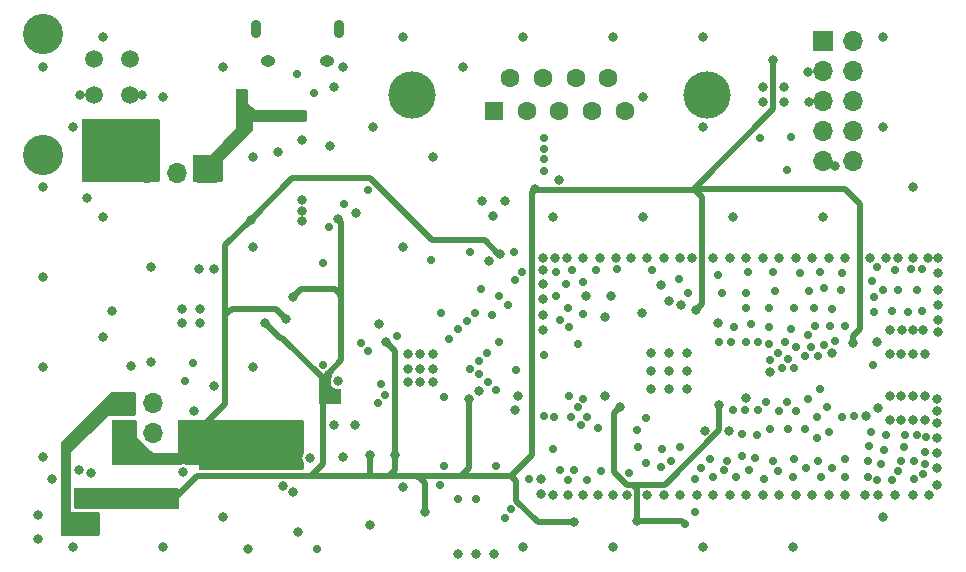
<source format=gbr>
%TF.GenerationSoftware,KiCad,Pcbnew,7.0.6*%
%TF.CreationDate,2023-10-05T23:13:59-06:00*%
%TF.ProjectId,CAN-USB RF Module,43414e2d-5553-4422-9052-46204d6f6475,1.0*%
%TF.SameCoordinates,Original*%
%TF.FileFunction,Copper,L3,Inr*%
%TF.FilePolarity,Positive*%
%FSLAX46Y46*%
G04 Gerber Fmt 4.6, Leading zero omitted, Abs format (unit mm)*
G04 Created by KiCad (PCBNEW 7.0.6) date 2023-10-05 23:13:59*
%MOMM*%
%LPD*%
G01*
G04 APERTURE LIST*
G04 Aperture macros list*
%AMRoundRect*
0 Rectangle with rounded corners*
0 $1 Rounding radius*
0 $2 $3 $4 $5 $6 $7 $8 $9 X,Y pos of 4 corners*
0 Add a 4 corners polygon primitive as box body*
4,1,4,$2,$3,$4,$5,$6,$7,$8,$9,$2,$3,0*
0 Add four circle primitives for the rounded corners*
1,1,$1+$1,$2,$3*
1,1,$1+$1,$4,$5*
1,1,$1+$1,$6,$7*
1,1,$1+$1,$8,$9*
0 Add four rect primitives between the rounded corners*
20,1,$1+$1,$2,$3,$4,$5,0*
20,1,$1+$1,$4,$5,$6,$7,0*
20,1,$1+$1,$6,$7,$8,$9,0*
20,1,$1+$1,$8,$9,$2,$3,0*%
G04 Aperture macros list end*
%TA.AperFunction,ComponentPad*%
%ADD10R,1.700000X1.700000*%
%TD*%
%TA.AperFunction,ComponentPad*%
%ADD11O,1.700000X1.700000*%
%TD*%
%TA.AperFunction,ComponentPad*%
%ADD12C,4.000000*%
%TD*%
%TA.AperFunction,ComponentPad*%
%ADD13R,1.600000X1.600000*%
%TD*%
%TA.AperFunction,ComponentPad*%
%ADD14C,1.600000*%
%TD*%
%TA.AperFunction,ComponentPad*%
%ADD15O,0.890000X1.550000*%
%TD*%
%TA.AperFunction,ComponentPad*%
%ADD16O,1.250000X0.950000*%
%TD*%
%TA.AperFunction,ComponentPad*%
%ADD17RoundRect,0.250001X0.499999X-0.499999X0.499999X0.499999X-0.499999X0.499999X-0.499999X-0.499999X0*%
%TD*%
%TA.AperFunction,ComponentPad*%
%ADD18C,1.500000*%
%TD*%
%TA.AperFunction,ComponentPad*%
%ADD19C,3.410000*%
%TD*%
%TA.AperFunction,ViaPad*%
%ADD20C,0.800000*%
%TD*%
%TA.AperFunction,ViaPad*%
%ADD21C,0.700000*%
%TD*%
%TA.AperFunction,Conductor*%
%ADD22C,0.500000*%
%TD*%
G04 APERTURE END LIST*
D10*
%TO.N,+5V*%
%TO.C,J3*%
X107391200Y-106857800D03*
D11*
%TO.N,/Power Regulator/5V*%
X107391200Y-104317800D03*
%TO.N,/Power Regulator/12V*%
X109931200Y-106857800D03*
%TO.N,/Power Regulator/FUSE_OUT*%
X109931200Y-104317800D03*
%TD*%
D12*
%TO.N,N/C*%
%TO.C,J6*%
X156826000Y-78232000D03*
X131826000Y-78232000D03*
D13*
%TO.N,unconnected-(J6-Pin_1-Pad1)*%
X138786000Y-79652000D03*
D14*
%TO.N,/CAN Tranciever/CD-*%
X141556000Y-79652000D03*
%TO.N,unconnected-(J6-Pin_3-Pad3)*%
X144326000Y-79652000D03*
%TO.N,unconnected-(J6-Pin_4-Pad4)*%
X147096000Y-79652000D03*
%TO.N,unconnected-(J6-Pin_5-Pad5)*%
X149866000Y-79652000D03*
%TO.N,unconnected-(J6-Pin_6-Pad6)*%
X140171000Y-76812000D03*
%TO.N,/CAN Tranciever/CD+*%
X142941000Y-76812000D03*
%TO.N,unconnected-(J6-Pin_8-Pad8)*%
X145711000Y-76812000D03*
%TO.N,unconnected-(J6-Pin_9-Pad9)*%
X148481000Y-76812000D03*
%TD*%
D15*
%TO.N,unconnected-(J4-Shield-Pad6)*%
%TO.C,J4*%
X125690000Y-72644000D03*
D16*
X124690000Y-75344000D03*
X119690000Y-75344000D03*
D15*
X118690000Y-72644000D03*
%TD*%
D17*
%TO.N,+12V*%
%TO.C,J2*%
X104947000Y-81232000D03*
D18*
%TO.N,GND*%
X104947000Y-78232000D03*
%TO.N,/Power Regulator/5V_UP*%
X104947000Y-75232000D03*
%TO.N,+12V*%
X107947000Y-81232000D03*
%TO.N,GND*%
X107947000Y-78232000D03*
%TO.N,/Power Regulator/5V_UP*%
X107947000Y-75232000D03*
D19*
%TO.N,N/C*%
X100627000Y-83382000D03*
X100627000Y-73082000D03*
%TD*%
D10*
%TO.N,+3V3*%
%TO.C,J1*%
X166624000Y-73660000D03*
D11*
%TO.N,/DEBUG_SWDIO*%
X169164000Y-73660000D03*
%TO.N,GND*%
X166624000Y-76200000D03*
%TO.N,/DEBUG_SWCLK*%
X169164000Y-76200000D03*
%TO.N,GND*%
X166624000Y-78740000D03*
%TO.N,/DEBUG_SWO*%
X169164000Y-78740000D03*
%TO.N,unconnected-(J1-Pin_7-Pad7)*%
X166624000Y-81280000D03*
%TO.N,unconnected-(J1-Pin_8-Pad8)*%
X169164000Y-81280000D03*
%TO.N,GND*%
X166624000Y-83820000D03*
%TO.N,/NRST*%
X169164000Y-83820000D03*
%TD*%
D10*
%TO.N,VBUS_UP*%
%TO.C,JP1*%
X114539000Y-84836000D03*
D11*
%TO.N,/Power Regulator/FUSE_IN*%
X111999000Y-84836000D03*
%TO.N,+12V*%
X109459000Y-84836000D03*
%TD*%
D20*
%TO.N,+3V3*%
X124690175Y-103632000D03*
%TO.N,+5V*%
X139336852Y-91698852D03*
%TO.N,GND*%
X144309500Y-85433500D03*
%TO.N,+3V3*%
X142240000Y-86233000D03*
%TO.N,GND*%
X138684000Y-88519000D03*
X139700000Y-87249000D03*
X137795000Y-87249000D03*
X138409500Y-92329000D03*
X142922600Y-92075000D03*
D21*
X157861000Y-99187000D03*
X155194000Y-94996000D03*
D20*
X140591000Y-104902000D03*
X125614300Y-102504051D03*
X174244000Y-105791000D03*
X122503000Y-82042000D03*
D21*
X167132000Y-106807000D03*
D20*
X154559000Y-112141000D03*
X152066600Y-101615000D03*
X142748000Y-112014000D03*
X109728000Y-92837000D03*
D21*
X163576000Y-104267000D03*
X165481000Y-94869000D03*
D20*
X148844000Y-112141000D03*
X125982000Y-75856508D03*
D21*
X163703000Y-106553000D03*
D20*
X113411000Y-105029000D03*
D21*
X161036000Y-107061000D03*
D20*
X103632000Y-109982000D03*
D21*
X170688000Y-106807000D03*
D20*
X175514000Y-92075000D03*
D21*
X145161000Y-103759000D03*
X162814000Y-110109000D03*
D20*
X142748000Y-110744000D03*
D21*
X173609000Y-107061000D03*
X166370000Y-103124000D03*
D20*
X158750000Y-112141000D03*
X125982000Y-108876508D03*
X148209000Y-97028000D03*
X161544000Y-77597000D03*
X100582000Y-75856508D03*
D21*
X144018000Y-93218000D03*
D20*
X141222000Y-73316508D03*
X101346000Y-110744000D03*
X165354000Y-76327000D03*
X154606600Y-96001600D03*
D21*
X172720000Y-93091000D03*
D20*
X155956000Y-112141000D03*
X174244000Y-112141000D03*
X113792000Y-92964000D03*
D21*
X165100000Y-100330000D03*
X175387000Y-107188000D03*
X166243000Y-109220000D03*
X157099000Y-109093000D03*
D20*
X152908000Y-94361000D03*
X124931500Y-82550000D03*
D21*
X163703000Y-100584000D03*
D20*
X161544000Y-112141000D03*
D21*
X164084000Y-110617000D03*
X134585899Y-103834135D03*
X174625000Y-94742000D03*
X164211000Y-109093000D03*
D20*
X138811000Y-117094000D03*
D21*
X162433000Y-93218000D03*
X167259000Y-97790000D03*
D20*
X100203000Y-115824000D03*
D21*
X166370000Y-93218000D03*
X161798000Y-104267000D03*
D20*
X153590600Y-95696800D03*
X174244000Y-103759000D03*
X172720000Y-112141000D03*
X175260000Y-100203000D03*
X176323600Y-105029000D03*
X154559000Y-92075000D03*
D21*
X163449000Y-99187000D03*
D20*
X171323000Y-112141000D03*
X176276000Y-107315000D03*
D21*
X145542000Y-109982000D03*
D20*
X175260000Y-103759000D03*
X173228000Y-103759000D03*
X104340000Y-86995000D03*
D21*
X150241000Y-110236000D03*
X145288000Y-105537000D03*
D20*
X174244000Y-100203000D03*
X175641000Y-112141000D03*
X176403000Y-97282000D03*
X175260000Y-105791000D03*
D21*
X166751000Y-99441000D03*
X166116000Y-107315000D03*
X174625000Y-107061000D03*
X160147000Y-99187000D03*
D20*
X153162000Y-112141000D03*
X161544000Y-92075000D03*
D21*
X153162000Y-92075000D03*
D20*
X172339000Y-105791000D03*
X100582000Y-86016508D03*
X129032000Y-97663000D03*
X103122000Y-80936508D03*
X156462000Y-116496508D03*
X137522548Y-103320500D03*
X115062000Y-102870000D03*
X136142000Y-75856508D03*
X131062000Y-91096508D03*
X122174000Y-115257000D03*
X172339000Y-98171000D03*
D21*
X146685000Y-105537000D03*
D20*
X167417200Y-100089600D03*
D21*
X162433000Y-109220000D03*
D20*
X131476500Y-100175000D03*
D21*
X168529000Y-109093000D03*
D20*
X142922600Y-94234000D03*
X131476500Y-102588000D03*
X155114600Y-103139000D03*
D21*
X171196000Y-92837000D03*
D20*
X157353000Y-92075000D03*
X109728000Y-100838000D03*
X128522000Y-80936508D03*
D21*
X165100000Y-106553000D03*
X159258000Y-110617000D03*
D20*
X153162000Y-92075000D03*
D21*
X146304000Y-104013000D03*
X175006000Y-96520000D03*
D20*
X143762000Y-88556508D03*
X176276000Y-108585000D03*
X148717000Y-95250000D03*
D21*
X161163000Y-104902000D03*
D20*
X174242000Y-86016508D03*
X104648000Y-110236000D03*
D21*
X158115000Y-94996000D03*
X175260000Y-109474000D03*
D20*
X142922600Y-96853400D03*
D21*
X158496000Y-109220000D03*
D20*
X147574000Y-112141000D03*
X146304000Y-112141000D03*
X147748600Y-92075000D03*
X143938600Y-92075000D03*
D21*
X162052000Y-96266000D03*
X161671000Y-110744000D03*
X149225000Y-92964000D03*
X162814000Y-100076000D03*
D20*
X164338000Y-112141000D03*
X160147000Y-112141000D03*
X131062000Y-111416508D03*
D21*
X175260000Y-108458000D03*
D20*
X155114600Y-100091000D03*
X155114600Y-101615000D03*
X142922600Y-93091000D03*
X145002200Y-92075000D03*
D21*
X170942000Y-96647000D03*
D20*
X167640000Y-84270500D03*
X152066600Y-100091000D03*
D21*
X171831000Y-108331000D03*
D20*
X148842000Y-116496508D03*
X164338000Y-92075000D03*
D21*
X170912000Y-101094000D03*
D20*
X141222000Y-116496508D03*
X103787500Y-78232000D03*
D21*
X168529000Y-97790000D03*
D20*
X110742000Y-116496508D03*
D21*
X156337000Y-109855000D03*
D20*
X150051900Y-112141000D03*
X127089500Y-88265000D03*
D21*
X164338000Y-99568000D03*
X160147000Y-94996000D03*
D20*
X176403000Y-98298000D03*
X132520500Y-101445000D03*
X171323000Y-104775000D03*
D21*
X172466000Y-110871000D03*
D20*
X168529000Y-92075000D03*
X157781600Y-97551000D03*
X125222000Y-77597000D03*
X120486500Y-83104000D03*
X133602000Y-83476508D03*
D21*
X146304000Y-96774000D03*
X160147000Y-96266000D03*
D20*
X121793000Y-111887000D03*
D21*
X172466000Y-96520000D03*
X145923000Y-104648000D03*
D20*
X174244000Y-92075000D03*
X159002000Y-88556508D03*
X171702000Y-80936508D03*
X176403000Y-92075000D03*
X131062000Y-73316508D03*
D21*
X166243000Y-100330000D03*
X175133000Y-110363000D03*
X144399000Y-97282000D03*
D20*
X100582000Y-108876508D03*
X142922600Y-98171000D03*
X158750000Y-92075000D03*
D21*
X168529000Y-110617000D03*
D20*
X113919000Y-96393000D03*
D21*
X153035000Y-108204000D03*
D20*
X108966000Y-78232000D03*
X105662000Y-73316508D03*
X115822000Y-113956508D03*
D21*
X171196000Y-110871000D03*
D20*
X162941000Y-92075000D03*
X131496500Y-101420500D03*
X103122000Y-116496508D03*
D21*
X173482000Y-108077000D03*
X170561000Y-107950000D03*
D20*
X133635500Y-102588000D03*
X148209000Y-103774000D03*
D21*
X171704000Y-94742000D03*
X165608000Y-99568000D03*
D20*
X173355000Y-98171000D03*
D21*
X167386000Y-109855000D03*
X160528000Y-97663000D03*
D20*
X128270000Y-114681000D03*
D21*
X147447000Y-93091000D03*
X159766000Y-106934000D03*
D20*
X153590600Y-101615000D03*
X146558000Y-95250000D03*
X162179000Y-101727000D03*
D21*
X171958000Y-107061000D03*
X170434000Y-110617000D03*
X168148000Y-94742000D03*
X145034000Y-96266000D03*
D20*
X165735000Y-92075000D03*
D21*
X165989000Y-97790000D03*
X165862000Y-96266000D03*
D20*
X135763000Y-117094000D03*
X172974000Y-92075000D03*
D21*
X165354000Y-104013000D03*
X146177000Y-106172000D03*
X162560000Y-94869000D03*
D20*
X132492500Y-102588000D03*
D21*
X158242000Y-109982000D03*
D20*
X153590600Y-103139000D03*
D21*
X145415000Y-93091000D03*
D20*
X127000000Y-106172000D03*
X112506942Y-110192661D03*
D21*
X160274000Y-93218000D03*
X159004000Y-104902000D03*
D20*
X165481000Y-78867000D03*
D21*
X166751000Y-94615000D03*
X167640000Y-99060000D03*
X161163000Y-99187000D03*
X154432000Y-93853000D03*
D20*
X176323600Y-104013000D03*
D21*
X163195000Y-101346000D03*
D20*
X120904000Y-111379000D03*
X156462000Y-73316508D03*
X118362000Y-91096508D03*
X151765000Y-112141000D03*
X122569000Y-88057000D03*
D21*
X164211000Y-96266000D03*
D20*
X110742000Y-78396508D03*
X122569000Y-88950800D03*
X171958000Y-92075000D03*
D21*
X160020000Y-104902000D03*
D20*
X158734218Y-106737196D03*
X172339000Y-100203000D03*
D21*
X172974000Y-94742000D03*
D20*
X137287000Y-117094000D03*
X160147000Y-92075000D03*
X161544000Y-78867000D03*
X171196000Y-99187000D03*
X165735000Y-112141000D03*
D21*
X173863000Y-96647000D03*
D20*
X163322000Y-78867000D03*
D21*
X166497000Y-110617000D03*
D20*
X156462000Y-80936508D03*
X152066600Y-103139000D03*
X176276000Y-109855000D03*
D21*
X164338000Y-105029000D03*
X173228000Y-109220000D03*
X171577000Y-109474000D03*
D20*
X171702000Y-73316508D03*
D21*
X160909000Y-108966000D03*
X164719000Y-93345000D03*
D20*
X157353000Y-112141000D03*
D21*
X145034000Y-110871000D03*
X147828000Y-110109000D03*
D20*
X173228000Y-105791000D03*
D21*
X146685000Y-110871000D03*
D20*
X155575000Y-92075000D03*
X151342100Y-96701832D03*
D21*
X170434000Y-109220000D03*
D20*
X174244000Y-98171000D03*
D21*
X147574000Y-106426000D03*
X130585750Y-98649250D03*
D20*
X133635500Y-100175000D03*
X170648500Y-92075000D03*
X151382000Y-88556508D03*
D21*
X175006000Y-92964000D03*
X153797000Y-109220000D03*
D20*
X176403000Y-93345000D03*
X142922600Y-95504000D03*
D21*
X162052000Y-99314000D03*
D20*
X125222000Y-106172000D03*
X153590600Y-100091000D03*
D21*
X152908000Y-109728000D03*
D20*
X176323600Y-106045000D03*
X149145600Y-92075000D03*
D21*
X146304000Y-94107000D03*
X155829000Y-110744000D03*
D20*
X172339000Y-103759000D03*
X118362000Y-83476508D03*
X105662000Y-88556508D03*
D21*
X159766000Y-108839000D03*
X165227000Y-109855000D03*
X144907000Y-94234000D03*
X168275000Y-93345000D03*
X162179000Y-100711000D03*
D20*
X123241175Y-108988500D03*
X170307000Y-105410000D03*
X146351600Y-92075000D03*
X170180000Y-112141000D03*
X151382000Y-78396508D03*
D21*
X166116000Y-105537000D03*
X163957000Y-98044000D03*
X174117000Y-92964000D03*
D20*
X176276000Y-111252000D03*
X112395000Y-97536000D03*
X167132000Y-92075000D03*
X151765000Y-92075000D03*
X160147000Y-103886000D03*
X163322000Y-77597000D03*
D21*
X172974000Y-110109000D03*
X170815000Y-93980000D03*
X167005000Y-104648000D03*
D20*
X108077000Y-101219000D03*
X115822000Y-75856508D03*
D21*
X174371000Y-110744000D03*
D20*
X168529000Y-112141000D03*
X132492500Y-100175000D03*
D21*
X162941000Y-105029000D03*
D20*
X175133000Y-98171000D03*
D21*
X160401000Y-109982000D03*
D20*
X176403000Y-94742000D03*
D21*
X145161000Y-97917000D03*
X157734000Y-93472000D03*
D20*
X176403000Y-96012000D03*
X148842000Y-73316508D03*
X122580400Y-87172800D03*
X113919000Y-97536000D03*
X156625312Y-106714312D03*
X140843000Y-103759000D03*
D21*
X158877000Y-99187000D03*
X157353000Y-110617000D03*
X165354000Y-98552000D03*
D20*
X145034000Y-112141000D03*
X143764000Y-112141000D03*
D21*
X162179000Y-106553000D03*
D20*
X105662000Y-98716508D03*
X167132000Y-112141000D03*
X100582000Y-101256508D03*
X173228000Y-100203000D03*
D21*
X152146000Y-93091000D03*
X164211000Y-101346000D03*
X159131000Y-97917000D03*
D20*
X112395000Y-96393000D03*
D21*
X162052000Y-97917000D03*
X167386000Y-96393000D03*
D20*
X106426000Y-96520000D03*
D21*
X170942000Y-95377000D03*
D20*
X164082000Y-116496508D03*
X171702000Y-113956508D03*
X166622000Y-88556508D03*
D21*
X144018000Y-95250000D03*
D20*
X133655500Y-101420500D03*
X162941000Y-112141000D03*
X100582000Y-93636508D03*
D21*
X174371000Y-109220000D03*
D20*
X150415600Y-92075000D03*
X100203000Y-113792000D03*
X115062000Y-92964000D03*
X117983000Y-116731298D03*
X118362000Y-101256508D03*
D21*
%TO.N,/NRST*%
X143002000Y-81893994D03*
X133477000Y-92202000D03*
X124293500Y-101092000D03*
X124293500Y-92456000D03*
X161290000Y-81915000D03*
X123825000Y-116713000D03*
X163957000Y-81788000D03*
D20*
%TO.N,+3V3*%
X109093000Y-112395000D03*
D21*
X154940000Y-114554000D03*
D20*
X132969000Y-113538000D03*
X119380000Y-97536000D03*
X162433000Y-75311000D03*
X125603000Y-88773000D03*
X145542000Y-114427000D03*
X121793000Y-95377000D03*
X150876000Y-114300000D03*
X130429000Y-108712000D03*
X155880484Y-96444484D03*
X128270000Y-108712000D03*
X129650616Y-99170616D03*
X149479000Y-104648000D03*
X169172400Y-99241000D03*
X157889000Y-104521000D03*
X136653583Y-104013000D03*
%TO.N,+5V*%
X121412000Y-109347000D03*
X118187094Y-88821868D03*
X116332000Y-109347000D03*
X120015000Y-109347000D03*
X121194017Y-97211729D03*
X113411000Y-107950000D03*
D21*
%TO.N,/BOOT0*%
X141192965Y-93225918D03*
X141732000Y-110744000D03*
%TO.N,/CAN_STBY*%
X128143000Y-86308000D03*
X127520444Y-99261556D03*
%TO.N,/UART2_USB_TX*%
X129558500Y-103659591D03*
X126064219Y-87470954D03*
%TO.N,/UART2_USB_RX*%
X124841000Y-89408000D03*
X128943457Y-104330498D03*
%TO.N,/SPI1_SCK*%
X143807474Y-108207268D03*
X144399000Y-109982000D03*
%TO.N,/DIO0*%
X143891685Y-105537098D03*
X145923000Y-99365500D03*
%TO.N,/DIO1*%
X143001306Y-105409306D03*
X143002000Y-100290500D03*
%TO.N,/CAN_RX*%
X138596500Y-96861500D03*
X140500700Y-91559602D03*
%TO.N,/CAN_TX*%
X136525000Y-97361000D03*
X136779000Y-91567000D03*
%TO.N,/SW_RXTX*%
X140208000Y-113284000D03*
X155829000Y-113538000D03*
X169291000Y-105410000D03*
X139954000Y-96012000D03*
%TO.N,/SX_RESET*%
X139192000Y-99187000D03*
X139231500Y-95250000D03*
%TO.N,/DIO2*%
X137707500Y-94702500D03*
X138235056Y-100081832D03*
%TO.N,/DIO3*%
X140629000Y-101503000D03*
X140589000Y-93892500D03*
%TO.N,/LoRa Tranciever/RXTX_SX*%
X154559000Y-108077000D03*
X168275000Y-105537000D03*
%TO.N,/DEBUG_SWO*%
X134326500Y-96686500D03*
X143002000Y-82793497D03*
%TO.N,/DEBUG_SWCLK*%
X143002000Y-83693000D03*
X135019500Y-98933000D03*
%TO.N,/DEBUG_SWDIO*%
X143002000Y-84709000D03*
X135763000Y-98044000D03*
X163576000Y-84582000D03*
%TO.N,/Power Regulator/I_{MON}*%
X113307773Y-100915500D03*
X112649000Y-102489000D03*
D20*
%TO.N,/Power Regulator/5V*%
X102870000Y-114808000D03*
%TO.N,VBUS_UP*%
X122569000Y-79960000D03*
X117409000Y-80010000D03*
D21*
%TO.N,Net-(U2-PA10)*%
X135763000Y-112505750D03*
X136779000Y-101421500D03*
%TO.N,Net-(U2-PA9)*%
X137541000Y-101912713D03*
X137287000Y-112477750D03*
%TO.N,Net-(U2-PA1)*%
X129230106Y-102770050D03*
X134239000Y-111289500D03*
%TO.N,/DIO4*%
X137199500Y-96686500D03*
X137509944Y-100806944D03*
%TO.N,/DIO5*%
X128142500Y-99921875D03*
X138977500Y-109690500D03*
X138977500Y-103251000D03*
X134569200Y-109690500D03*
%TO.N,/LoRa Tranciever/MISO_TX*%
X150952856Y-108037500D03*
X150876000Y-106652500D03*
%TO.N,/LoRa Tranciever/SCK_RTSN*%
X151627356Y-105574356D03*
X151638000Y-109387000D03*
%TO.N,Net-(U2-PA8)*%
X138303000Y-102596000D03*
X139718314Y-114057655D03*
%TO.N,Net-(J4-D+)*%
X123519000Y-78105000D03*
X122090500Y-76472687D03*
%TD*%
D22*
%TO.N,+3V3*%
X124690175Y-101905695D02*
X124690175Y-103632000D01*
X124791435Y-101804435D02*
X125857000Y-100738871D01*
X124333000Y-102262871D02*
X124791435Y-101804435D01*
X124791435Y-101804435D02*
X124690175Y-101905695D01*
X125857000Y-100738871D02*
X125857000Y-95250000D01*
X124333000Y-103862175D02*
X124333000Y-104140000D01*
X124333000Y-103147825D02*
X124333000Y-104140000D01*
X124333000Y-104140000D02*
X124333000Y-109474000D01*
X124333000Y-102262871D02*
X124333000Y-103147825D01*
X120650000Y-98806000D02*
X120876129Y-98806000D01*
X119380000Y-97536000D02*
X120650000Y-98806000D01*
X120876129Y-98806000D02*
X124333000Y-102262871D01*
%TO.N,+5V*%
X128272871Y-85306500D02*
X121702462Y-85306500D01*
X121702462Y-85306500D02*
X118187094Y-88821868D01*
X133517371Y-90551000D02*
X128272871Y-85306500D01*
X138013368Y-90551000D02*
X133517371Y-90551000D01*
X139161220Y-91698852D02*
X138013368Y-90551000D01*
X139336852Y-91698852D02*
X139161220Y-91698852D01*
%TO.N,+3V3*%
X142290500Y-86283500D02*
X142240000Y-86233000D01*
X155620200Y-86283500D02*
X142290500Y-86283500D01*
X155696100Y-86207600D02*
X155620200Y-86283500D01*
X141992965Y-86480035D02*
X142240000Y-86233000D01*
X141992965Y-108705035D02*
X141992965Y-86480035D01*
X140208000Y-110490000D02*
X141992965Y-108705035D01*
X128143000Y-110490000D02*
X129921000Y-110490000D01*
X150901400Y-114274600D02*
X150901400Y-111609400D01*
X150876000Y-114300000D02*
X150901400Y-114274600D01*
X155696100Y-86207600D02*
X162433000Y-79470700D01*
X132969000Y-113538000D02*
X132969000Y-111150400D01*
X155702000Y-86213500D02*
X155696100Y-86207600D01*
X132969000Y-111150400D02*
X132308600Y-110490000D01*
X149479000Y-104648000D02*
X148971000Y-105156000D01*
X128270000Y-110363000D02*
X128143000Y-110490000D01*
X125603000Y-88773000D02*
X125857000Y-89027000D01*
X125323600Y-110490000D02*
X128143000Y-110490000D01*
X125323600Y-94716600D02*
X122453400Y-94716600D01*
X169799000Y-87483500D02*
X169799000Y-98044000D01*
X130429000Y-109982000D02*
X129921000Y-110490000D01*
X155880484Y-96444484D02*
X156387800Y-95937168D01*
X150901400Y-111609400D02*
X150583000Y-111291000D01*
X122453400Y-94716600D02*
X121793000Y-95377000D01*
X113665000Y-110490000D02*
X125323600Y-110490000D01*
X109093000Y-112395000D02*
X111760000Y-112395000D01*
X111760000Y-112395000D02*
X113665000Y-110490000D01*
X168529000Y-86213500D02*
X155702000Y-86213500D01*
X154686000Y-114300000D02*
X150876000Y-114300000D01*
X136652000Y-104014583D02*
X136652000Y-109855000D01*
X140690600Y-112623600D02*
X142494000Y-114427000D01*
X136653583Y-104013000D02*
X136652000Y-104014583D01*
X136017000Y-110490000D02*
X140208000Y-110490000D01*
X132308600Y-110490000D02*
X136017000Y-110490000D01*
X157889000Y-106652000D02*
X153250000Y-111291000D01*
X142494000Y-114427000D02*
X145542000Y-114427000D01*
X162433000Y-79470700D02*
X162433000Y-75311000D01*
X169799000Y-98044000D02*
X169164000Y-98679000D01*
X136652000Y-109855000D02*
X136017000Y-110490000D01*
X130429000Y-108712000D02*
X130429000Y-99949000D01*
X130429000Y-99949000D02*
X129650616Y-99170616D01*
X128270000Y-108712000D02*
X128270000Y-110363000D01*
X130429000Y-108712000D02*
X130429000Y-109982000D01*
X169164000Y-98679000D02*
X169164000Y-99232600D01*
X129921000Y-110490000D02*
X132308600Y-110490000D01*
X148971000Y-110185200D02*
X150076800Y-111291000D01*
X150076800Y-111291000D02*
X150583000Y-111291000D01*
X124333000Y-109474000D02*
X123317000Y-110490000D01*
X157889000Y-104521000D02*
X157889000Y-106652000D01*
X168529000Y-86213500D02*
X169799000Y-87483500D01*
X148971000Y-105156000D02*
X148971000Y-110185200D01*
X125857000Y-89027000D02*
X125857000Y-95250000D01*
X140208000Y-110490000D02*
X140690600Y-110972600D01*
X156387800Y-86899300D02*
X155702000Y-86213500D01*
X154940000Y-114554000D02*
X154686000Y-114300000D01*
X125857000Y-95250000D02*
X125323600Y-94716600D01*
X169164000Y-99232600D02*
X169172400Y-99241000D01*
X153250000Y-111291000D02*
X150583000Y-111291000D01*
X156387800Y-95937168D02*
X156387800Y-86899300D01*
X140690600Y-110972600D02*
X140690600Y-112623600D01*
%TO.N,+5V*%
X120349888Y-96367600D02*
X116589853Y-96367600D01*
X116056453Y-90952509D02*
X118187094Y-88821868D01*
X107391200Y-106857800D02*
X108691200Y-108157800D01*
X116589853Y-96367600D02*
X116056453Y-96901000D01*
X113411000Y-107950000D02*
X113411000Y-107061000D01*
X116056453Y-96901000D02*
X116056453Y-90952509D01*
X116056453Y-104415547D02*
X116056453Y-96901000D01*
X113411000Y-107061000D02*
X116056453Y-104415547D01*
X121194017Y-97211729D02*
X120349888Y-96367600D01*
%TO.N,+12V*%
X107947000Y-81232000D02*
X107947000Y-83324000D01*
X107947000Y-83324000D02*
X109459000Y-84836000D01*
%TO.N,/Power Regulator/5V*%
X102616000Y-114554000D02*
X102616000Y-108204000D01*
X102616000Y-108204000D02*
X106502200Y-104317800D01*
X106502200Y-104317800D02*
X107391200Y-104317800D01*
X102870000Y-114808000D02*
X102616000Y-114554000D01*
%TO.N,VBUS_UP*%
X117409000Y-81458000D02*
X114539000Y-84328000D01*
X122519000Y-80010000D02*
X122569000Y-79960000D01*
X114539000Y-84328000D02*
X114539000Y-84836000D01*
X117409000Y-80010000D02*
X122519000Y-80010000D01*
X117409000Y-80010000D02*
X117409000Y-81458000D01*
%TD*%
%TA.AperFunction,Conductor*%
%TO.N,/Power Regulator/5V*%
G36*
X108401039Y-103397685D02*
G01*
X108446794Y-103450489D01*
X108458000Y-103502000D01*
X108458000Y-105286000D01*
X108438315Y-105353039D01*
X108385511Y-105398794D01*
X108334000Y-105410000D01*
X106172000Y-105410000D01*
X102997000Y-108457999D01*
X102997000Y-109811240D01*
X102996548Y-109818720D01*
X102995763Y-109825180D01*
X102995763Y-109825182D01*
X102990868Y-109865499D01*
X102976722Y-109981999D01*
X102976722Y-109982000D01*
X102996548Y-110145283D01*
X102997000Y-110152763D01*
X102997000Y-111252000D01*
X102996999Y-111610703D01*
X102995739Y-111628333D01*
X102995500Y-111629996D01*
X102995500Y-113160005D01*
X102996644Y-113170641D01*
X102996999Y-113177271D01*
X102996999Y-113537999D01*
X102997000Y-113537999D01*
X102997000Y-113538000D01*
X103355699Y-113538000D01*
X103373343Y-113539262D01*
X103374398Y-113539413D01*
X103375000Y-113539500D01*
X103375003Y-113539500D01*
X105286000Y-113539500D01*
X105353039Y-113559185D01*
X105398794Y-113611989D01*
X105410000Y-113663500D01*
X105410000Y-115446000D01*
X105390315Y-115513039D01*
X105337511Y-115558794D01*
X105286000Y-115570000D01*
X102232000Y-115570000D01*
X102164961Y-115550315D01*
X102119206Y-115497511D01*
X102108000Y-115446000D01*
X102108000Y-107747361D01*
X102127685Y-107680322D01*
X102144314Y-107659685D01*
X106389680Y-103414319D01*
X106451004Y-103380834D01*
X106477362Y-103378000D01*
X108334000Y-103378000D01*
X108401039Y-103397685D01*
G37*
%TD.AperFunction*%
%TD*%
%TA.AperFunction,Conductor*%
%TO.N,VBUS_UP*%
G36*
X117926039Y-77743685D02*
G01*
X117971794Y-77796489D01*
X117983000Y-77848000D01*
X117983000Y-78994000D01*
X118618000Y-79502000D01*
X122174000Y-79502000D01*
X122812000Y-79502000D01*
X122879039Y-79521685D01*
X122924794Y-79574489D01*
X122936000Y-79626000D01*
X122936000Y-80394000D01*
X122916315Y-80461039D01*
X122863511Y-80506794D01*
X122812000Y-80518000D01*
X118364000Y-80518000D01*
X118364000Y-81228637D01*
X118344315Y-81295676D01*
X118327681Y-81316318D01*
X115823999Y-83820000D01*
X115824000Y-85474000D01*
X115804315Y-85541039D01*
X115751511Y-85586794D01*
X115700000Y-85598000D01*
X113408000Y-85598000D01*
X113340961Y-85578315D01*
X113295206Y-85525511D01*
X113284000Y-85474000D01*
X113284000Y-83436000D01*
X113303685Y-83368961D01*
X113356489Y-83323206D01*
X113408000Y-83312000D01*
X114807999Y-83312000D01*
X114808000Y-83312000D01*
X116967000Y-81026000D01*
X116967000Y-77847999D01*
X116986685Y-77780961D01*
X117039489Y-77735206D01*
X117091000Y-77724000D01*
X117859000Y-77724000D01*
X117926039Y-77743685D01*
G37*
%TD.AperFunction*%
%TD*%
%TA.AperFunction,Conductor*%
%TO.N,+12V*%
G36*
X110433039Y-80283685D02*
G01*
X110478794Y-80336489D01*
X110490000Y-80388000D01*
X110490000Y-85474000D01*
X110470315Y-85541039D01*
X110417511Y-85586794D01*
X110366000Y-85598000D01*
X104010000Y-85598000D01*
X103942961Y-85578315D01*
X103897206Y-85525511D01*
X103886000Y-85474000D01*
X103886000Y-80388000D01*
X103905685Y-80320961D01*
X103958489Y-80275206D01*
X104010000Y-80264000D01*
X110366000Y-80264000D01*
X110433039Y-80283685D01*
G37*
%TD.AperFunction*%
%TD*%
%TA.AperFunction,Conductor*%
%TO.N,+3V3*%
G36*
X112084039Y-111525685D02*
G01*
X112129794Y-111578489D01*
X112141000Y-111630000D01*
X112141000Y-113160000D01*
X112121315Y-113227039D01*
X112068511Y-113272794D01*
X112017000Y-113284000D01*
X103375000Y-113284000D01*
X103307961Y-113264315D01*
X103262206Y-113211511D01*
X103251000Y-113160000D01*
X103251000Y-111630000D01*
X103270685Y-111562961D01*
X103323489Y-111517206D01*
X103375000Y-111506000D01*
X112017000Y-111506000D01*
X112084039Y-111525685D01*
G37*
%TD.AperFunction*%
%TD*%
%TA.AperFunction,Conductor*%
%TO.N,+5V*%
G36*
X108528039Y-105810685D02*
G01*
X108573794Y-105863489D01*
X108585000Y-105915000D01*
X108584999Y-107315000D01*
X109749164Y-108373331D01*
X109982000Y-108585000D01*
X112014000Y-108585000D01*
X112014000Y-105915000D01*
X112033685Y-105847961D01*
X112086489Y-105802206D01*
X112138000Y-105791000D01*
X122558000Y-105791000D01*
X122625039Y-105810685D01*
X122670794Y-105863489D01*
X122682000Y-105915000D01*
X122681999Y-108614849D01*
X122663756Y-108676977D01*
X122664440Y-108677336D01*
X122662648Y-108680749D01*
X122662314Y-108681889D01*
X122661071Y-108683755D01*
X122660954Y-108683977D01*
X122604938Y-108831681D01*
X122585897Y-108988499D01*
X122585897Y-108988500D01*
X122604938Y-109145318D01*
X122660955Y-109293024D01*
X122664439Y-109299662D01*
X122662932Y-109300452D01*
X122681932Y-109358064D01*
X122681999Y-109362150D01*
X122682000Y-109865500D01*
X122662316Y-109932539D01*
X122609512Y-109978294D01*
X122558000Y-109989500D01*
X113916000Y-109989500D01*
X113848961Y-109969815D01*
X113803206Y-109917011D01*
X113792000Y-109865500D01*
X113792000Y-109601000D01*
X112809949Y-109601000D01*
X112752322Y-109586796D01*
X112739305Y-109579964D01*
X112585928Y-109542161D01*
X112585927Y-109542161D01*
X112427957Y-109542161D01*
X112427956Y-109542161D01*
X112274578Y-109579964D01*
X112261562Y-109586796D01*
X112203935Y-109601000D01*
X106550000Y-109601000D01*
X106482961Y-109581315D01*
X106437206Y-109528511D01*
X106426000Y-109477000D01*
X106426000Y-105915000D01*
X106445685Y-105847961D01*
X106498489Y-105802206D01*
X106550000Y-105791000D01*
X108461000Y-105791000D01*
X108528039Y-105810685D01*
G37*
%TD.AperFunction*%
%TD*%
%TA.AperFunction,Conductor*%
%TO.N,+3V3*%
G36*
X125038039Y-101873685D02*
G01*
X125083794Y-101926489D01*
X125095000Y-101978000D01*
X125095000Y-102072630D01*
X125075315Y-102139669D01*
X125073050Y-102143070D01*
X125034081Y-102199526D01*
X125034080Y-102199527D01*
X124978062Y-102347232D01*
X124959022Y-102504050D01*
X124959022Y-102504051D01*
X124978062Y-102660869D01*
X125034079Y-102808572D01*
X125034080Y-102808574D01*
X125073051Y-102865033D01*
X125094933Y-102931385D01*
X125095000Y-102935471D01*
X125095000Y-102997000D01*
X125142732Y-102997000D01*
X125209771Y-103016685D01*
X125224957Y-103028182D01*
X125242060Y-103043334D01*
X125242062Y-103043335D01*
X125381934Y-103116747D01*
X125535314Y-103154551D01*
X125535315Y-103154551D01*
X125693285Y-103154551D01*
X125703322Y-103152077D01*
X125773123Y-103155144D01*
X125830186Y-103195462D01*
X125856393Y-103260231D01*
X125856999Y-103272473D01*
X125857000Y-104270000D01*
X125837316Y-104337039D01*
X125784512Y-104382794D01*
X125733000Y-104394000D01*
X124076000Y-104394000D01*
X124008961Y-104374315D01*
X123963206Y-104321511D01*
X123952000Y-104270000D01*
X123952000Y-101978000D01*
X123971685Y-101910961D01*
X124024489Y-101865206D01*
X124076000Y-101854000D01*
X124971000Y-101854000D01*
X125038039Y-101873685D01*
G37*
%TD.AperFunction*%
%TD*%
M02*

</source>
